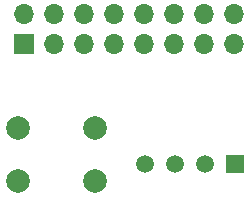
<source format=gbs>
%TF.GenerationSoftware,KiCad,Pcbnew,(5.1.7)-1*%
%TF.CreationDate,2021-01-13T16:49:12-03:00*%
%TF.ProjectId,Raspberry Pi Hat,52617370-6265-4727-9279-205069204861,-*%
%TF.SameCoordinates,Original*%
%TF.FileFunction,Soldermask,Bot*%
%TF.FilePolarity,Negative*%
%FSLAX46Y46*%
G04 Gerber Fmt 4.6, Leading zero omitted, Abs format (unit mm)*
G04 Created by KiCad (PCBNEW (5.1.7)-1) date 2021-01-13 16:49:12*
%MOMM*%
%LPD*%
G01*
G04 APERTURE LIST*
%ADD10C,2.000000*%
%ADD11R,1.700000X1.700000*%
%ADD12O,1.700000X1.700000*%
%ADD13R,1.500000X1.500000*%
%ADD14C,1.500000*%
G04 APERTURE END LIST*
D10*
%TO.C,SW1*%
X111400000Y-83800000D03*
X111400000Y-88300000D03*
X104900000Y-83800000D03*
X104900000Y-88300000D03*
%TD*%
D11*
%TO.C,J1*%
X105400000Y-76700000D03*
D12*
X105400000Y-74160000D03*
X107940000Y-76700000D03*
X107940000Y-74160000D03*
X110480000Y-76700000D03*
X110480000Y-74160000D03*
X113020000Y-76700000D03*
X113020000Y-74160000D03*
X115560000Y-76700000D03*
X115560000Y-74160000D03*
X118100000Y-76700000D03*
X118100000Y-74160000D03*
X120640000Y-76700000D03*
X120640000Y-74160000D03*
X123180000Y-76700000D03*
X123180000Y-74160000D03*
%TD*%
D13*
%TO.C,U1*%
X123300000Y-86800000D03*
D14*
X120760000Y-86800000D03*
X118220000Y-86800000D03*
X115680000Y-86800000D03*
%TD*%
M02*

</source>
